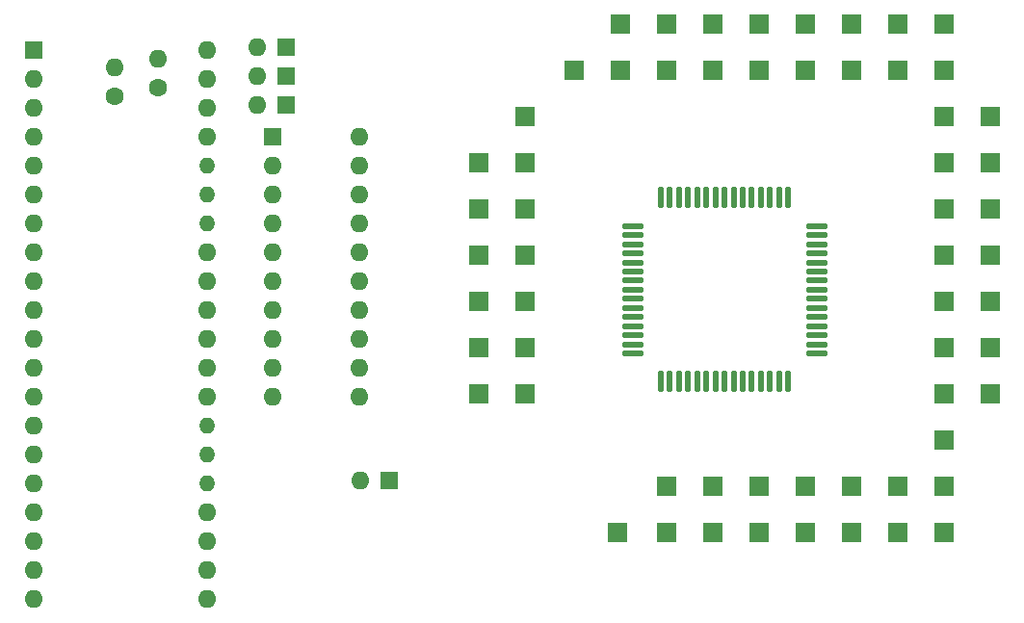
<source format=gts>
G04 #@! TF.GenerationSoftware,KiCad,Pcbnew,(6.0.0)*
G04 #@! TF.CreationDate,2023-01-29T20:42:12-05:00*
G04 #@! TF.ProjectId,tms7000 qfp 60 adapter,746d7337-3030-4302-9071-667020363020,rev?*
G04 #@! TF.SameCoordinates,Original*
G04 #@! TF.FileFunction,Soldermask,Top*
G04 #@! TF.FilePolarity,Negative*
%FSLAX46Y46*%
G04 Gerber Fmt 4.6, Leading zero omitted, Abs format (unit mm)*
G04 Created by KiCad (PCBNEW (6.0.0)) date 2023-01-29 20:42:12*
%MOMM*%
%LPD*%
G01*
G04 APERTURE LIST*
G04 Aperture macros list*
%AMRoundRect*
0 Rectangle with rounded corners*
0 $1 Rounding radius*
0 $2 $3 $4 $5 $6 $7 $8 $9 X,Y pos of 4 corners*
0 Add a 4 corners polygon primitive as box body*
4,1,4,$2,$3,$4,$5,$6,$7,$8,$9,$2,$3,0*
0 Add four circle primitives for the rounded corners*
1,1,$1+$1,$2,$3*
1,1,$1+$1,$4,$5*
1,1,$1+$1,$6,$7*
1,1,$1+$1,$8,$9*
0 Add four rect primitives between the rounded corners*
20,1,$1+$1,$2,$3,$4,$5,0*
20,1,$1+$1,$4,$5,$6,$7,0*
20,1,$1+$1,$6,$7,$8,$9,0*
20,1,$1+$1,$8,$9,$2,$3,0*%
G04 Aperture macros list end*
%ADD10R,1.700000X1.700000*%
%ADD11R,1.600000X1.600000*%
%ADD12O,1.600000X1.600000*%
%ADD13C,1.600000*%
%ADD14O,1.400000X1.400000*%
%ADD15RoundRect,0.137500X-0.800000X-0.137500X0.800000X-0.137500X0.800000X0.137500X-0.800000X0.137500X0*%
%ADD16RoundRect,0.137500X-0.137500X-0.800000X0.137500X-0.800000X0.137500X0.800000X-0.137500X0.800000X0*%
G04 APERTURE END LIST*
D10*
X200152000Y-54356000D03*
X179832000Y-50292000D03*
X175768000Y-46228000D03*
X187960000Y-90932000D03*
X183896000Y-86868000D03*
X204216000Y-74676000D03*
D11*
X151384000Y-86360000D03*
D12*
X148844000Y-86360000D03*
D10*
X159258000Y-78740000D03*
X196088000Y-50292000D03*
D13*
X131064000Y-51845000D03*
D12*
X131064000Y-49305000D03*
D10*
X163322000Y-74676000D03*
X187960000Y-50292000D03*
X200152000Y-82804000D03*
X200152000Y-70612000D03*
X204216000Y-58420000D03*
X196088000Y-46228000D03*
X163322000Y-66548000D03*
X163322000Y-78740000D03*
X171704000Y-50292000D03*
X183896000Y-46228000D03*
X179832000Y-90932000D03*
X175768000Y-86868000D03*
X192024000Y-86868000D03*
X183896000Y-50292000D03*
X179832000Y-46228000D03*
X163322000Y-62484000D03*
X171450000Y-90932000D03*
X179832000Y-86868000D03*
D11*
X141102000Y-56134000D03*
D12*
X141102000Y-58674000D03*
X141102000Y-61214000D03*
X141102000Y-63754000D03*
X141102000Y-66294000D03*
X141102000Y-68834000D03*
X141102000Y-71374000D03*
X141102000Y-73914000D03*
X141102000Y-76454000D03*
X141102000Y-78994000D03*
X148722000Y-78994000D03*
X148722000Y-76454000D03*
X148722000Y-73914000D03*
X148722000Y-71374000D03*
X148722000Y-68834000D03*
X148722000Y-66294000D03*
X148722000Y-63754000D03*
X148722000Y-61214000D03*
X148722000Y-58674000D03*
X148722000Y-56134000D03*
D10*
X192024000Y-90932000D03*
X159258000Y-62484000D03*
D11*
X142325810Y-50800000D03*
D12*
X139785810Y-50800000D03*
D10*
X196088000Y-86868000D03*
X175768000Y-90932000D03*
X200152000Y-62484000D03*
X183896000Y-90932000D03*
X200152000Y-46228000D03*
D11*
X120116000Y-48531500D03*
D12*
X120116000Y-51071500D03*
X120116000Y-53611500D03*
X120116000Y-56151500D03*
X120116000Y-58691500D03*
X120116000Y-61231500D03*
X120116000Y-63771500D03*
X120116000Y-66311500D03*
X120116000Y-68851500D03*
X120116000Y-71391500D03*
X120116000Y-73931500D03*
X120116000Y-76471500D03*
X120116000Y-79011500D03*
X120116000Y-81551500D03*
X120116000Y-84091500D03*
X120116000Y-86631500D03*
X120116000Y-89171500D03*
X120116000Y-91711500D03*
X120116000Y-94251500D03*
X120116000Y-96791500D03*
X135356000Y-96791500D03*
X135356000Y-94251500D03*
X135356000Y-91711500D03*
X135356000Y-89171500D03*
D14*
X135356000Y-86631500D03*
X135356000Y-84091500D03*
X135356000Y-81551500D03*
D12*
X135356000Y-79011500D03*
X135356000Y-76471500D03*
X135356000Y-73931500D03*
X135356000Y-71391500D03*
X135356000Y-68851500D03*
X135356000Y-66311500D03*
D14*
X135356000Y-63771500D03*
X135356000Y-61231500D03*
X135356000Y-58691500D03*
D12*
X135356000Y-56151500D03*
X135356000Y-53611500D03*
X135356000Y-51071500D03*
X135356000Y-48531500D03*
D10*
X204216000Y-70612000D03*
D13*
X127254000Y-52607000D03*
D12*
X127254000Y-50067000D03*
D11*
X142325810Y-53340000D03*
D12*
X139785810Y-53340000D03*
D10*
X187960000Y-46228000D03*
X163322000Y-54356000D03*
X159258000Y-70612000D03*
X200152000Y-66548000D03*
X204216000Y-62484000D03*
X200152000Y-50292000D03*
X200152000Y-74676000D03*
X159258000Y-74676000D03*
X171704000Y-46228000D03*
X163322000Y-58420000D03*
X204216000Y-78740000D03*
X187960000Y-86868000D03*
X196088000Y-90932000D03*
X192024000Y-50292000D03*
X204216000Y-54356000D03*
X200152000Y-90932000D03*
X159258000Y-66548000D03*
X200152000Y-78740000D03*
D11*
X142325810Y-48260000D03*
D12*
X139785810Y-48260000D03*
D10*
X167640000Y-50292000D03*
X200152000Y-86868000D03*
D15*
X172760500Y-63996000D03*
X172760500Y-64796000D03*
X172760500Y-65596000D03*
X172760500Y-66396000D03*
X172760500Y-67196000D03*
X172760500Y-67996000D03*
X172760500Y-68796000D03*
X172760500Y-69596000D03*
X172760500Y-70396000D03*
X172760500Y-71196000D03*
X172760500Y-71996000D03*
X172760500Y-72796000D03*
X172760500Y-73596000D03*
X172760500Y-74396000D03*
X172760500Y-75196000D03*
D16*
X175248000Y-77683500D03*
X176048000Y-77683500D03*
X176848000Y-77683500D03*
X177648000Y-77683500D03*
X178448000Y-77683500D03*
X179248000Y-77683500D03*
X180048000Y-77683500D03*
X180848000Y-77683500D03*
X181648000Y-77683500D03*
X182448000Y-77683500D03*
X183248000Y-77683500D03*
X184048000Y-77683500D03*
X184848000Y-77683500D03*
X185648000Y-77683500D03*
X186448000Y-77683500D03*
D15*
X188935500Y-75196000D03*
X188935500Y-74396000D03*
X188935500Y-73596000D03*
X188935500Y-72796000D03*
X188935500Y-71996000D03*
X188935500Y-71196000D03*
X188935500Y-70396000D03*
X188935500Y-69596000D03*
X188935500Y-68796000D03*
X188935500Y-67996000D03*
X188935500Y-67196000D03*
X188935500Y-66396000D03*
X188935500Y-65596000D03*
X188935500Y-64796000D03*
X188935500Y-63996000D03*
D16*
X186448000Y-61508500D03*
X185648000Y-61508500D03*
X184848000Y-61508500D03*
X184048000Y-61508500D03*
X183248000Y-61508500D03*
X182448000Y-61508500D03*
X181648000Y-61508500D03*
X180848000Y-61508500D03*
X180048000Y-61508500D03*
X179248000Y-61508500D03*
X178448000Y-61508500D03*
X177648000Y-61508500D03*
X176848000Y-61508500D03*
X176048000Y-61508500D03*
X175248000Y-61508500D03*
D10*
X175768000Y-50292000D03*
X200152000Y-58420000D03*
X163322000Y-70612000D03*
X204216000Y-66548000D03*
X159258000Y-58420000D03*
X192024000Y-46228000D03*
M02*

</source>
